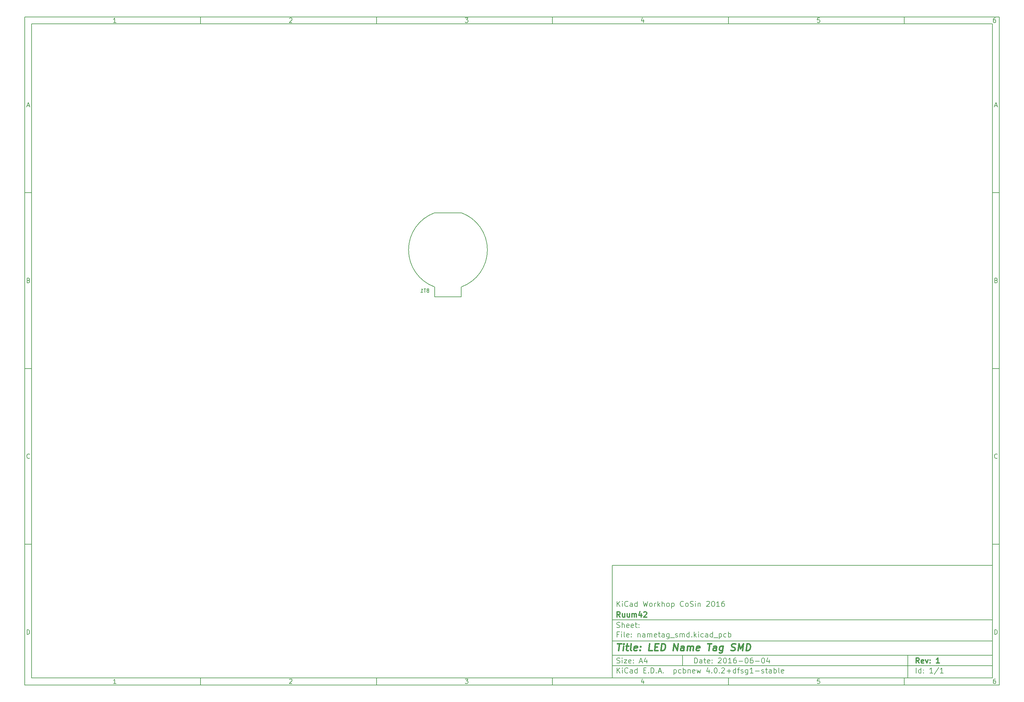
<source format=gbr>
G04 #@! TF.FileFunction,Legend,Bot*
%FSLAX46Y46*%
G04 Gerber Fmt 4.6, Leading zero omitted, Abs format (unit mm)*
G04 Created by KiCad (PCBNEW 4.0.2+dfsg1-stable) date Wed 08 Jun 2016 02:12:19 CEST*
%MOMM*%
G01*
G04 APERTURE LIST*
%ADD10C,0.100000*%
%ADD11C,0.150000*%
%ADD12C,0.300000*%
%ADD13C,0.400000*%
%ADD14R,1.727200X1.727200*%
%ADD15O,1.727200X1.727200*%
%ADD16C,2.000000*%
G04 APERTURE END LIST*
D10*
D11*
X177002200Y-166007200D02*
X177002200Y-198007200D01*
X285002200Y-198007200D01*
X285002200Y-166007200D01*
X177002200Y-166007200D01*
D10*
D11*
X10000000Y-10000000D02*
X10000000Y-200007200D01*
X287002200Y-200007200D01*
X287002200Y-10000000D01*
X10000000Y-10000000D01*
D10*
D11*
X12000000Y-12000000D02*
X12000000Y-198007200D01*
X285002200Y-198007200D01*
X285002200Y-12000000D01*
X12000000Y-12000000D01*
D10*
D11*
X60000000Y-12000000D02*
X60000000Y-10000000D01*
D10*
D11*
X110000000Y-12000000D02*
X110000000Y-10000000D01*
D10*
D11*
X160000000Y-12000000D02*
X160000000Y-10000000D01*
D10*
D11*
X210000000Y-12000000D02*
X210000000Y-10000000D01*
D10*
D11*
X260000000Y-12000000D02*
X260000000Y-10000000D01*
D10*
D11*
X35990476Y-11588095D02*
X35247619Y-11588095D01*
X35619048Y-11588095D02*
X35619048Y-10288095D01*
X35495238Y-10473810D01*
X35371429Y-10597619D01*
X35247619Y-10659524D01*
D10*
D11*
X85247619Y-10411905D02*
X85309524Y-10350000D01*
X85433333Y-10288095D01*
X85742857Y-10288095D01*
X85866667Y-10350000D01*
X85928571Y-10411905D01*
X85990476Y-10535714D01*
X85990476Y-10659524D01*
X85928571Y-10845238D01*
X85185714Y-11588095D01*
X85990476Y-11588095D01*
D10*
D11*
X135185714Y-10288095D02*
X135990476Y-10288095D01*
X135557143Y-10783333D01*
X135742857Y-10783333D01*
X135866667Y-10845238D01*
X135928571Y-10907143D01*
X135990476Y-11030952D01*
X135990476Y-11340476D01*
X135928571Y-11464286D01*
X135866667Y-11526190D01*
X135742857Y-11588095D01*
X135371429Y-11588095D01*
X135247619Y-11526190D01*
X135185714Y-11464286D01*
D10*
D11*
X185866667Y-10721429D02*
X185866667Y-11588095D01*
X185557143Y-10226190D02*
X185247619Y-11154762D01*
X186052381Y-11154762D01*
D10*
D11*
X235928571Y-10288095D02*
X235309524Y-10288095D01*
X235247619Y-10907143D01*
X235309524Y-10845238D01*
X235433333Y-10783333D01*
X235742857Y-10783333D01*
X235866667Y-10845238D01*
X235928571Y-10907143D01*
X235990476Y-11030952D01*
X235990476Y-11340476D01*
X235928571Y-11464286D01*
X235866667Y-11526190D01*
X235742857Y-11588095D01*
X235433333Y-11588095D01*
X235309524Y-11526190D01*
X235247619Y-11464286D01*
D10*
D11*
X285866667Y-10288095D02*
X285619048Y-10288095D01*
X285495238Y-10350000D01*
X285433333Y-10411905D01*
X285309524Y-10597619D01*
X285247619Y-10845238D01*
X285247619Y-11340476D01*
X285309524Y-11464286D01*
X285371429Y-11526190D01*
X285495238Y-11588095D01*
X285742857Y-11588095D01*
X285866667Y-11526190D01*
X285928571Y-11464286D01*
X285990476Y-11340476D01*
X285990476Y-11030952D01*
X285928571Y-10907143D01*
X285866667Y-10845238D01*
X285742857Y-10783333D01*
X285495238Y-10783333D01*
X285371429Y-10845238D01*
X285309524Y-10907143D01*
X285247619Y-11030952D01*
D10*
D11*
X60000000Y-198007200D02*
X60000000Y-200007200D01*
D10*
D11*
X110000000Y-198007200D02*
X110000000Y-200007200D01*
D10*
D11*
X160000000Y-198007200D02*
X160000000Y-200007200D01*
D10*
D11*
X210000000Y-198007200D02*
X210000000Y-200007200D01*
D10*
D11*
X260000000Y-198007200D02*
X260000000Y-200007200D01*
D10*
D11*
X35990476Y-199595295D02*
X35247619Y-199595295D01*
X35619048Y-199595295D02*
X35619048Y-198295295D01*
X35495238Y-198481010D01*
X35371429Y-198604819D01*
X35247619Y-198666724D01*
D10*
D11*
X85247619Y-198419105D02*
X85309524Y-198357200D01*
X85433333Y-198295295D01*
X85742857Y-198295295D01*
X85866667Y-198357200D01*
X85928571Y-198419105D01*
X85990476Y-198542914D01*
X85990476Y-198666724D01*
X85928571Y-198852438D01*
X85185714Y-199595295D01*
X85990476Y-199595295D01*
D10*
D11*
X135185714Y-198295295D02*
X135990476Y-198295295D01*
X135557143Y-198790533D01*
X135742857Y-198790533D01*
X135866667Y-198852438D01*
X135928571Y-198914343D01*
X135990476Y-199038152D01*
X135990476Y-199347676D01*
X135928571Y-199471486D01*
X135866667Y-199533390D01*
X135742857Y-199595295D01*
X135371429Y-199595295D01*
X135247619Y-199533390D01*
X135185714Y-199471486D01*
D10*
D11*
X185866667Y-198728629D02*
X185866667Y-199595295D01*
X185557143Y-198233390D02*
X185247619Y-199161962D01*
X186052381Y-199161962D01*
D10*
D11*
X235928571Y-198295295D02*
X235309524Y-198295295D01*
X235247619Y-198914343D01*
X235309524Y-198852438D01*
X235433333Y-198790533D01*
X235742857Y-198790533D01*
X235866667Y-198852438D01*
X235928571Y-198914343D01*
X235990476Y-199038152D01*
X235990476Y-199347676D01*
X235928571Y-199471486D01*
X235866667Y-199533390D01*
X235742857Y-199595295D01*
X235433333Y-199595295D01*
X235309524Y-199533390D01*
X235247619Y-199471486D01*
D10*
D11*
X285866667Y-198295295D02*
X285619048Y-198295295D01*
X285495238Y-198357200D01*
X285433333Y-198419105D01*
X285309524Y-198604819D01*
X285247619Y-198852438D01*
X285247619Y-199347676D01*
X285309524Y-199471486D01*
X285371429Y-199533390D01*
X285495238Y-199595295D01*
X285742857Y-199595295D01*
X285866667Y-199533390D01*
X285928571Y-199471486D01*
X285990476Y-199347676D01*
X285990476Y-199038152D01*
X285928571Y-198914343D01*
X285866667Y-198852438D01*
X285742857Y-198790533D01*
X285495238Y-198790533D01*
X285371429Y-198852438D01*
X285309524Y-198914343D01*
X285247619Y-199038152D01*
D10*
D11*
X10000000Y-60000000D02*
X12000000Y-60000000D01*
D10*
D11*
X10000000Y-110000000D02*
X12000000Y-110000000D01*
D10*
D11*
X10000000Y-160000000D02*
X12000000Y-160000000D01*
D10*
D11*
X10690476Y-35216667D02*
X11309524Y-35216667D01*
X10566667Y-35588095D02*
X11000000Y-34288095D01*
X11433333Y-35588095D01*
D10*
D11*
X11092857Y-84907143D02*
X11278571Y-84969048D01*
X11340476Y-85030952D01*
X11402381Y-85154762D01*
X11402381Y-85340476D01*
X11340476Y-85464286D01*
X11278571Y-85526190D01*
X11154762Y-85588095D01*
X10659524Y-85588095D01*
X10659524Y-84288095D01*
X11092857Y-84288095D01*
X11216667Y-84350000D01*
X11278571Y-84411905D01*
X11340476Y-84535714D01*
X11340476Y-84659524D01*
X11278571Y-84783333D01*
X11216667Y-84845238D01*
X11092857Y-84907143D01*
X10659524Y-84907143D01*
D10*
D11*
X11402381Y-135464286D02*
X11340476Y-135526190D01*
X11154762Y-135588095D01*
X11030952Y-135588095D01*
X10845238Y-135526190D01*
X10721429Y-135402381D01*
X10659524Y-135278571D01*
X10597619Y-135030952D01*
X10597619Y-134845238D01*
X10659524Y-134597619D01*
X10721429Y-134473810D01*
X10845238Y-134350000D01*
X11030952Y-134288095D01*
X11154762Y-134288095D01*
X11340476Y-134350000D01*
X11402381Y-134411905D01*
D10*
D11*
X10659524Y-185588095D02*
X10659524Y-184288095D01*
X10969048Y-184288095D01*
X11154762Y-184350000D01*
X11278571Y-184473810D01*
X11340476Y-184597619D01*
X11402381Y-184845238D01*
X11402381Y-185030952D01*
X11340476Y-185278571D01*
X11278571Y-185402381D01*
X11154762Y-185526190D01*
X10969048Y-185588095D01*
X10659524Y-185588095D01*
D10*
D11*
X287002200Y-60000000D02*
X285002200Y-60000000D01*
D10*
D11*
X287002200Y-110000000D02*
X285002200Y-110000000D01*
D10*
D11*
X287002200Y-160000000D02*
X285002200Y-160000000D01*
D10*
D11*
X285692676Y-35216667D02*
X286311724Y-35216667D01*
X285568867Y-35588095D02*
X286002200Y-34288095D01*
X286435533Y-35588095D01*
D10*
D11*
X286095057Y-84907143D02*
X286280771Y-84969048D01*
X286342676Y-85030952D01*
X286404581Y-85154762D01*
X286404581Y-85340476D01*
X286342676Y-85464286D01*
X286280771Y-85526190D01*
X286156962Y-85588095D01*
X285661724Y-85588095D01*
X285661724Y-84288095D01*
X286095057Y-84288095D01*
X286218867Y-84350000D01*
X286280771Y-84411905D01*
X286342676Y-84535714D01*
X286342676Y-84659524D01*
X286280771Y-84783333D01*
X286218867Y-84845238D01*
X286095057Y-84907143D01*
X285661724Y-84907143D01*
D10*
D11*
X286404581Y-135464286D02*
X286342676Y-135526190D01*
X286156962Y-135588095D01*
X286033152Y-135588095D01*
X285847438Y-135526190D01*
X285723629Y-135402381D01*
X285661724Y-135278571D01*
X285599819Y-135030952D01*
X285599819Y-134845238D01*
X285661724Y-134597619D01*
X285723629Y-134473810D01*
X285847438Y-134350000D01*
X286033152Y-134288095D01*
X286156962Y-134288095D01*
X286342676Y-134350000D01*
X286404581Y-134411905D01*
D10*
D11*
X285661724Y-185588095D02*
X285661724Y-184288095D01*
X285971248Y-184288095D01*
X286156962Y-184350000D01*
X286280771Y-184473810D01*
X286342676Y-184597619D01*
X286404581Y-184845238D01*
X286404581Y-185030952D01*
X286342676Y-185278571D01*
X286280771Y-185402381D01*
X286156962Y-185526190D01*
X285971248Y-185588095D01*
X285661724Y-185588095D01*
D10*
D11*
X200359343Y-193785771D02*
X200359343Y-192285771D01*
X200716486Y-192285771D01*
X200930771Y-192357200D01*
X201073629Y-192500057D01*
X201145057Y-192642914D01*
X201216486Y-192928629D01*
X201216486Y-193142914D01*
X201145057Y-193428629D01*
X201073629Y-193571486D01*
X200930771Y-193714343D01*
X200716486Y-193785771D01*
X200359343Y-193785771D01*
X202502200Y-193785771D02*
X202502200Y-193000057D01*
X202430771Y-192857200D01*
X202287914Y-192785771D01*
X202002200Y-192785771D01*
X201859343Y-192857200D01*
X202502200Y-193714343D02*
X202359343Y-193785771D01*
X202002200Y-193785771D01*
X201859343Y-193714343D01*
X201787914Y-193571486D01*
X201787914Y-193428629D01*
X201859343Y-193285771D01*
X202002200Y-193214343D01*
X202359343Y-193214343D01*
X202502200Y-193142914D01*
X203002200Y-192785771D02*
X203573629Y-192785771D01*
X203216486Y-192285771D02*
X203216486Y-193571486D01*
X203287914Y-193714343D01*
X203430772Y-193785771D01*
X203573629Y-193785771D01*
X204645057Y-193714343D02*
X204502200Y-193785771D01*
X204216486Y-193785771D01*
X204073629Y-193714343D01*
X204002200Y-193571486D01*
X204002200Y-193000057D01*
X204073629Y-192857200D01*
X204216486Y-192785771D01*
X204502200Y-192785771D01*
X204645057Y-192857200D01*
X204716486Y-193000057D01*
X204716486Y-193142914D01*
X204002200Y-193285771D01*
X205359343Y-193642914D02*
X205430771Y-193714343D01*
X205359343Y-193785771D01*
X205287914Y-193714343D01*
X205359343Y-193642914D01*
X205359343Y-193785771D01*
X205359343Y-192857200D02*
X205430771Y-192928629D01*
X205359343Y-193000057D01*
X205287914Y-192928629D01*
X205359343Y-192857200D01*
X205359343Y-193000057D01*
X207145057Y-192428629D02*
X207216486Y-192357200D01*
X207359343Y-192285771D01*
X207716486Y-192285771D01*
X207859343Y-192357200D01*
X207930772Y-192428629D01*
X208002200Y-192571486D01*
X208002200Y-192714343D01*
X207930772Y-192928629D01*
X207073629Y-193785771D01*
X208002200Y-193785771D01*
X208930771Y-192285771D02*
X209073628Y-192285771D01*
X209216485Y-192357200D01*
X209287914Y-192428629D01*
X209359343Y-192571486D01*
X209430771Y-192857200D01*
X209430771Y-193214343D01*
X209359343Y-193500057D01*
X209287914Y-193642914D01*
X209216485Y-193714343D01*
X209073628Y-193785771D01*
X208930771Y-193785771D01*
X208787914Y-193714343D01*
X208716485Y-193642914D01*
X208645057Y-193500057D01*
X208573628Y-193214343D01*
X208573628Y-192857200D01*
X208645057Y-192571486D01*
X208716485Y-192428629D01*
X208787914Y-192357200D01*
X208930771Y-192285771D01*
X210859342Y-193785771D02*
X210002199Y-193785771D01*
X210430771Y-193785771D02*
X210430771Y-192285771D01*
X210287914Y-192500057D01*
X210145056Y-192642914D01*
X210002199Y-192714343D01*
X212145056Y-192285771D02*
X211859342Y-192285771D01*
X211716485Y-192357200D01*
X211645056Y-192428629D01*
X211502199Y-192642914D01*
X211430770Y-192928629D01*
X211430770Y-193500057D01*
X211502199Y-193642914D01*
X211573627Y-193714343D01*
X211716485Y-193785771D01*
X212002199Y-193785771D01*
X212145056Y-193714343D01*
X212216485Y-193642914D01*
X212287913Y-193500057D01*
X212287913Y-193142914D01*
X212216485Y-193000057D01*
X212145056Y-192928629D01*
X212002199Y-192857200D01*
X211716485Y-192857200D01*
X211573627Y-192928629D01*
X211502199Y-193000057D01*
X211430770Y-193142914D01*
X212930770Y-193214343D02*
X214073627Y-193214343D01*
X215073627Y-192285771D02*
X215216484Y-192285771D01*
X215359341Y-192357200D01*
X215430770Y-192428629D01*
X215502199Y-192571486D01*
X215573627Y-192857200D01*
X215573627Y-193214343D01*
X215502199Y-193500057D01*
X215430770Y-193642914D01*
X215359341Y-193714343D01*
X215216484Y-193785771D01*
X215073627Y-193785771D01*
X214930770Y-193714343D01*
X214859341Y-193642914D01*
X214787913Y-193500057D01*
X214716484Y-193214343D01*
X214716484Y-192857200D01*
X214787913Y-192571486D01*
X214859341Y-192428629D01*
X214930770Y-192357200D01*
X215073627Y-192285771D01*
X216859341Y-192285771D02*
X216573627Y-192285771D01*
X216430770Y-192357200D01*
X216359341Y-192428629D01*
X216216484Y-192642914D01*
X216145055Y-192928629D01*
X216145055Y-193500057D01*
X216216484Y-193642914D01*
X216287912Y-193714343D01*
X216430770Y-193785771D01*
X216716484Y-193785771D01*
X216859341Y-193714343D01*
X216930770Y-193642914D01*
X217002198Y-193500057D01*
X217002198Y-193142914D01*
X216930770Y-193000057D01*
X216859341Y-192928629D01*
X216716484Y-192857200D01*
X216430770Y-192857200D01*
X216287912Y-192928629D01*
X216216484Y-193000057D01*
X216145055Y-193142914D01*
X217645055Y-193214343D02*
X218787912Y-193214343D01*
X219787912Y-192285771D02*
X219930769Y-192285771D01*
X220073626Y-192357200D01*
X220145055Y-192428629D01*
X220216484Y-192571486D01*
X220287912Y-192857200D01*
X220287912Y-193214343D01*
X220216484Y-193500057D01*
X220145055Y-193642914D01*
X220073626Y-193714343D01*
X219930769Y-193785771D01*
X219787912Y-193785771D01*
X219645055Y-193714343D01*
X219573626Y-193642914D01*
X219502198Y-193500057D01*
X219430769Y-193214343D01*
X219430769Y-192857200D01*
X219502198Y-192571486D01*
X219573626Y-192428629D01*
X219645055Y-192357200D01*
X219787912Y-192285771D01*
X221573626Y-192785771D02*
X221573626Y-193785771D01*
X221216483Y-192214343D02*
X220859340Y-193285771D01*
X221787912Y-193285771D01*
D10*
D11*
X177002200Y-194507200D02*
X285002200Y-194507200D01*
D10*
D11*
X178359343Y-196585771D02*
X178359343Y-195085771D01*
X179216486Y-196585771D02*
X178573629Y-195728629D01*
X179216486Y-195085771D02*
X178359343Y-195942914D01*
X179859343Y-196585771D02*
X179859343Y-195585771D01*
X179859343Y-195085771D02*
X179787914Y-195157200D01*
X179859343Y-195228629D01*
X179930771Y-195157200D01*
X179859343Y-195085771D01*
X179859343Y-195228629D01*
X181430772Y-196442914D02*
X181359343Y-196514343D01*
X181145057Y-196585771D01*
X181002200Y-196585771D01*
X180787915Y-196514343D01*
X180645057Y-196371486D01*
X180573629Y-196228629D01*
X180502200Y-195942914D01*
X180502200Y-195728629D01*
X180573629Y-195442914D01*
X180645057Y-195300057D01*
X180787915Y-195157200D01*
X181002200Y-195085771D01*
X181145057Y-195085771D01*
X181359343Y-195157200D01*
X181430772Y-195228629D01*
X182716486Y-196585771D02*
X182716486Y-195800057D01*
X182645057Y-195657200D01*
X182502200Y-195585771D01*
X182216486Y-195585771D01*
X182073629Y-195657200D01*
X182716486Y-196514343D02*
X182573629Y-196585771D01*
X182216486Y-196585771D01*
X182073629Y-196514343D01*
X182002200Y-196371486D01*
X182002200Y-196228629D01*
X182073629Y-196085771D01*
X182216486Y-196014343D01*
X182573629Y-196014343D01*
X182716486Y-195942914D01*
X184073629Y-196585771D02*
X184073629Y-195085771D01*
X184073629Y-196514343D02*
X183930772Y-196585771D01*
X183645058Y-196585771D01*
X183502200Y-196514343D01*
X183430772Y-196442914D01*
X183359343Y-196300057D01*
X183359343Y-195871486D01*
X183430772Y-195728629D01*
X183502200Y-195657200D01*
X183645058Y-195585771D01*
X183930772Y-195585771D01*
X184073629Y-195657200D01*
X185930772Y-195800057D02*
X186430772Y-195800057D01*
X186645058Y-196585771D02*
X185930772Y-196585771D01*
X185930772Y-195085771D01*
X186645058Y-195085771D01*
X187287915Y-196442914D02*
X187359343Y-196514343D01*
X187287915Y-196585771D01*
X187216486Y-196514343D01*
X187287915Y-196442914D01*
X187287915Y-196585771D01*
X188002201Y-196585771D02*
X188002201Y-195085771D01*
X188359344Y-195085771D01*
X188573629Y-195157200D01*
X188716487Y-195300057D01*
X188787915Y-195442914D01*
X188859344Y-195728629D01*
X188859344Y-195942914D01*
X188787915Y-196228629D01*
X188716487Y-196371486D01*
X188573629Y-196514343D01*
X188359344Y-196585771D01*
X188002201Y-196585771D01*
X189502201Y-196442914D02*
X189573629Y-196514343D01*
X189502201Y-196585771D01*
X189430772Y-196514343D01*
X189502201Y-196442914D01*
X189502201Y-196585771D01*
X190145058Y-196157200D02*
X190859344Y-196157200D01*
X190002201Y-196585771D02*
X190502201Y-195085771D01*
X191002201Y-196585771D01*
X191502201Y-196442914D02*
X191573629Y-196514343D01*
X191502201Y-196585771D01*
X191430772Y-196514343D01*
X191502201Y-196442914D01*
X191502201Y-196585771D01*
X194502201Y-195585771D02*
X194502201Y-197085771D01*
X194502201Y-195657200D02*
X194645058Y-195585771D01*
X194930772Y-195585771D01*
X195073629Y-195657200D01*
X195145058Y-195728629D01*
X195216487Y-195871486D01*
X195216487Y-196300057D01*
X195145058Y-196442914D01*
X195073629Y-196514343D01*
X194930772Y-196585771D01*
X194645058Y-196585771D01*
X194502201Y-196514343D01*
X196502201Y-196514343D02*
X196359344Y-196585771D01*
X196073630Y-196585771D01*
X195930772Y-196514343D01*
X195859344Y-196442914D01*
X195787915Y-196300057D01*
X195787915Y-195871486D01*
X195859344Y-195728629D01*
X195930772Y-195657200D01*
X196073630Y-195585771D01*
X196359344Y-195585771D01*
X196502201Y-195657200D01*
X197145058Y-196585771D02*
X197145058Y-195085771D01*
X197145058Y-195657200D02*
X197287915Y-195585771D01*
X197573629Y-195585771D01*
X197716486Y-195657200D01*
X197787915Y-195728629D01*
X197859344Y-195871486D01*
X197859344Y-196300057D01*
X197787915Y-196442914D01*
X197716486Y-196514343D01*
X197573629Y-196585771D01*
X197287915Y-196585771D01*
X197145058Y-196514343D01*
X198502201Y-195585771D02*
X198502201Y-196585771D01*
X198502201Y-195728629D02*
X198573629Y-195657200D01*
X198716487Y-195585771D01*
X198930772Y-195585771D01*
X199073629Y-195657200D01*
X199145058Y-195800057D01*
X199145058Y-196585771D01*
X200430772Y-196514343D02*
X200287915Y-196585771D01*
X200002201Y-196585771D01*
X199859344Y-196514343D01*
X199787915Y-196371486D01*
X199787915Y-195800057D01*
X199859344Y-195657200D01*
X200002201Y-195585771D01*
X200287915Y-195585771D01*
X200430772Y-195657200D01*
X200502201Y-195800057D01*
X200502201Y-195942914D01*
X199787915Y-196085771D01*
X201002201Y-195585771D02*
X201287915Y-196585771D01*
X201573629Y-195871486D01*
X201859344Y-196585771D01*
X202145058Y-195585771D01*
X204502201Y-195585771D02*
X204502201Y-196585771D01*
X204145058Y-195014343D02*
X203787915Y-196085771D01*
X204716487Y-196085771D01*
X205287915Y-196442914D02*
X205359343Y-196514343D01*
X205287915Y-196585771D01*
X205216486Y-196514343D01*
X205287915Y-196442914D01*
X205287915Y-196585771D01*
X206287915Y-195085771D02*
X206430772Y-195085771D01*
X206573629Y-195157200D01*
X206645058Y-195228629D01*
X206716487Y-195371486D01*
X206787915Y-195657200D01*
X206787915Y-196014343D01*
X206716487Y-196300057D01*
X206645058Y-196442914D01*
X206573629Y-196514343D01*
X206430772Y-196585771D01*
X206287915Y-196585771D01*
X206145058Y-196514343D01*
X206073629Y-196442914D01*
X206002201Y-196300057D01*
X205930772Y-196014343D01*
X205930772Y-195657200D01*
X206002201Y-195371486D01*
X206073629Y-195228629D01*
X206145058Y-195157200D01*
X206287915Y-195085771D01*
X207430772Y-196442914D02*
X207502200Y-196514343D01*
X207430772Y-196585771D01*
X207359343Y-196514343D01*
X207430772Y-196442914D01*
X207430772Y-196585771D01*
X208073629Y-195228629D02*
X208145058Y-195157200D01*
X208287915Y-195085771D01*
X208645058Y-195085771D01*
X208787915Y-195157200D01*
X208859344Y-195228629D01*
X208930772Y-195371486D01*
X208930772Y-195514343D01*
X208859344Y-195728629D01*
X208002201Y-196585771D01*
X208930772Y-196585771D01*
X209573629Y-196014343D02*
X210716486Y-196014343D01*
X210145057Y-196585771D02*
X210145057Y-195442914D01*
X212073629Y-196585771D02*
X212073629Y-195085771D01*
X212073629Y-196514343D02*
X211930772Y-196585771D01*
X211645058Y-196585771D01*
X211502200Y-196514343D01*
X211430772Y-196442914D01*
X211359343Y-196300057D01*
X211359343Y-195871486D01*
X211430772Y-195728629D01*
X211502200Y-195657200D01*
X211645058Y-195585771D01*
X211930772Y-195585771D01*
X212073629Y-195657200D01*
X212573629Y-195585771D02*
X213145058Y-195585771D01*
X212787915Y-196585771D02*
X212787915Y-195300057D01*
X212859343Y-195157200D01*
X213002201Y-195085771D01*
X213145058Y-195085771D01*
X213573629Y-196514343D02*
X213716486Y-196585771D01*
X214002201Y-196585771D01*
X214145058Y-196514343D01*
X214216486Y-196371486D01*
X214216486Y-196300057D01*
X214145058Y-196157200D01*
X214002201Y-196085771D01*
X213787915Y-196085771D01*
X213645058Y-196014343D01*
X213573629Y-195871486D01*
X213573629Y-195800057D01*
X213645058Y-195657200D01*
X213787915Y-195585771D01*
X214002201Y-195585771D01*
X214145058Y-195657200D01*
X215502201Y-195585771D02*
X215502201Y-196800057D01*
X215430772Y-196942914D01*
X215359344Y-197014343D01*
X215216487Y-197085771D01*
X215002201Y-197085771D01*
X214859344Y-197014343D01*
X215502201Y-196514343D02*
X215359344Y-196585771D01*
X215073630Y-196585771D01*
X214930772Y-196514343D01*
X214859344Y-196442914D01*
X214787915Y-196300057D01*
X214787915Y-195871486D01*
X214859344Y-195728629D01*
X214930772Y-195657200D01*
X215073630Y-195585771D01*
X215359344Y-195585771D01*
X215502201Y-195657200D01*
X217002201Y-196585771D02*
X216145058Y-196585771D01*
X216573630Y-196585771D02*
X216573630Y-195085771D01*
X216430773Y-195300057D01*
X216287915Y-195442914D01*
X216145058Y-195514343D01*
X217645058Y-196014343D02*
X218787915Y-196014343D01*
X219430772Y-196514343D02*
X219573629Y-196585771D01*
X219859344Y-196585771D01*
X220002201Y-196514343D01*
X220073629Y-196371486D01*
X220073629Y-196300057D01*
X220002201Y-196157200D01*
X219859344Y-196085771D01*
X219645058Y-196085771D01*
X219502201Y-196014343D01*
X219430772Y-195871486D01*
X219430772Y-195800057D01*
X219502201Y-195657200D01*
X219645058Y-195585771D01*
X219859344Y-195585771D01*
X220002201Y-195657200D01*
X220502201Y-195585771D02*
X221073630Y-195585771D01*
X220716487Y-195085771D02*
X220716487Y-196371486D01*
X220787915Y-196514343D01*
X220930773Y-196585771D01*
X221073630Y-196585771D01*
X222216487Y-196585771D02*
X222216487Y-195800057D01*
X222145058Y-195657200D01*
X222002201Y-195585771D01*
X221716487Y-195585771D01*
X221573630Y-195657200D01*
X222216487Y-196514343D02*
X222073630Y-196585771D01*
X221716487Y-196585771D01*
X221573630Y-196514343D01*
X221502201Y-196371486D01*
X221502201Y-196228629D01*
X221573630Y-196085771D01*
X221716487Y-196014343D01*
X222073630Y-196014343D01*
X222216487Y-195942914D01*
X222930773Y-196585771D02*
X222930773Y-195085771D01*
X222930773Y-195657200D02*
X223073630Y-195585771D01*
X223359344Y-195585771D01*
X223502201Y-195657200D01*
X223573630Y-195728629D01*
X223645059Y-195871486D01*
X223645059Y-196300057D01*
X223573630Y-196442914D01*
X223502201Y-196514343D01*
X223359344Y-196585771D01*
X223073630Y-196585771D01*
X222930773Y-196514343D01*
X224502202Y-196585771D02*
X224359344Y-196514343D01*
X224287916Y-196371486D01*
X224287916Y-195085771D01*
X225645058Y-196514343D02*
X225502201Y-196585771D01*
X225216487Y-196585771D01*
X225073630Y-196514343D01*
X225002201Y-196371486D01*
X225002201Y-195800057D01*
X225073630Y-195657200D01*
X225216487Y-195585771D01*
X225502201Y-195585771D01*
X225645058Y-195657200D01*
X225716487Y-195800057D01*
X225716487Y-195942914D01*
X225002201Y-196085771D01*
D10*
D11*
X177002200Y-191507200D02*
X285002200Y-191507200D01*
D10*
D12*
X264216486Y-193785771D02*
X263716486Y-193071486D01*
X263359343Y-193785771D02*
X263359343Y-192285771D01*
X263930771Y-192285771D01*
X264073629Y-192357200D01*
X264145057Y-192428629D01*
X264216486Y-192571486D01*
X264216486Y-192785771D01*
X264145057Y-192928629D01*
X264073629Y-193000057D01*
X263930771Y-193071486D01*
X263359343Y-193071486D01*
X265430771Y-193714343D02*
X265287914Y-193785771D01*
X265002200Y-193785771D01*
X264859343Y-193714343D01*
X264787914Y-193571486D01*
X264787914Y-193000057D01*
X264859343Y-192857200D01*
X265002200Y-192785771D01*
X265287914Y-192785771D01*
X265430771Y-192857200D01*
X265502200Y-193000057D01*
X265502200Y-193142914D01*
X264787914Y-193285771D01*
X266002200Y-192785771D02*
X266359343Y-193785771D01*
X266716485Y-192785771D01*
X267287914Y-193642914D02*
X267359342Y-193714343D01*
X267287914Y-193785771D01*
X267216485Y-193714343D01*
X267287914Y-193642914D01*
X267287914Y-193785771D01*
X267287914Y-192857200D02*
X267359342Y-192928629D01*
X267287914Y-193000057D01*
X267216485Y-192928629D01*
X267287914Y-192857200D01*
X267287914Y-193000057D01*
X269930771Y-193785771D02*
X269073628Y-193785771D01*
X269502200Y-193785771D02*
X269502200Y-192285771D01*
X269359343Y-192500057D01*
X269216485Y-192642914D01*
X269073628Y-192714343D01*
D10*
D11*
X178287914Y-193714343D02*
X178502200Y-193785771D01*
X178859343Y-193785771D01*
X179002200Y-193714343D01*
X179073629Y-193642914D01*
X179145057Y-193500057D01*
X179145057Y-193357200D01*
X179073629Y-193214343D01*
X179002200Y-193142914D01*
X178859343Y-193071486D01*
X178573629Y-193000057D01*
X178430771Y-192928629D01*
X178359343Y-192857200D01*
X178287914Y-192714343D01*
X178287914Y-192571486D01*
X178359343Y-192428629D01*
X178430771Y-192357200D01*
X178573629Y-192285771D01*
X178930771Y-192285771D01*
X179145057Y-192357200D01*
X179787914Y-193785771D02*
X179787914Y-192785771D01*
X179787914Y-192285771D02*
X179716485Y-192357200D01*
X179787914Y-192428629D01*
X179859342Y-192357200D01*
X179787914Y-192285771D01*
X179787914Y-192428629D01*
X180359343Y-192785771D02*
X181145057Y-192785771D01*
X180359343Y-193785771D01*
X181145057Y-193785771D01*
X182287914Y-193714343D02*
X182145057Y-193785771D01*
X181859343Y-193785771D01*
X181716486Y-193714343D01*
X181645057Y-193571486D01*
X181645057Y-193000057D01*
X181716486Y-192857200D01*
X181859343Y-192785771D01*
X182145057Y-192785771D01*
X182287914Y-192857200D01*
X182359343Y-193000057D01*
X182359343Y-193142914D01*
X181645057Y-193285771D01*
X183002200Y-193642914D02*
X183073628Y-193714343D01*
X183002200Y-193785771D01*
X182930771Y-193714343D01*
X183002200Y-193642914D01*
X183002200Y-193785771D01*
X183002200Y-192857200D02*
X183073628Y-192928629D01*
X183002200Y-193000057D01*
X182930771Y-192928629D01*
X183002200Y-192857200D01*
X183002200Y-193000057D01*
X184787914Y-193357200D02*
X185502200Y-193357200D01*
X184645057Y-193785771D02*
X185145057Y-192285771D01*
X185645057Y-193785771D01*
X186787914Y-192785771D02*
X186787914Y-193785771D01*
X186430771Y-192214343D02*
X186073628Y-193285771D01*
X187002200Y-193285771D01*
D10*
D11*
X263359343Y-196585771D02*
X263359343Y-195085771D01*
X264716486Y-196585771D02*
X264716486Y-195085771D01*
X264716486Y-196514343D02*
X264573629Y-196585771D01*
X264287915Y-196585771D01*
X264145057Y-196514343D01*
X264073629Y-196442914D01*
X264002200Y-196300057D01*
X264002200Y-195871486D01*
X264073629Y-195728629D01*
X264145057Y-195657200D01*
X264287915Y-195585771D01*
X264573629Y-195585771D01*
X264716486Y-195657200D01*
X265430772Y-196442914D02*
X265502200Y-196514343D01*
X265430772Y-196585771D01*
X265359343Y-196514343D01*
X265430772Y-196442914D01*
X265430772Y-196585771D01*
X265430772Y-195657200D02*
X265502200Y-195728629D01*
X265430772Y-195800057D01*
X265359343Y-195728629D01*
X265430772Y-195657200D01*
X265430772Y-195800057D01*
X268073629Y-196585771D02*
X267216486Y-196585771D01*
X267645058Y-196585771D02*
X267645058Y-195085771D01*
X267502201Y-195300057D01*
X267359343Y-195442914D01*
X267216486Y-195514343D01*
X269787914Y-195014343D02*
X268502200Y-196942914D01*
X271073629Y-196585771D02*
X270216486Y-196585771D01*
X270645058Y-196585771D02*
X270645058Y-195085771D01*
X270502201Y-195300057D01*
X270359343Y-195442914D01*
X270216486Y-195514343D01*
D10*
D11*
X177002200Y-187507200D02*
X285002200Y-187507200D01*
D10*
D13*
X178454581Y-188211962D02*
X179597438Y-188211962D01*
X178776010Y-190211962D02*
X179026010Y-188211962D01*
X180014105Y-190211962D02*
X180180771Y-188878629D01*
X180264105Y-188211962D02*
X180156962Y-188307200D01*
X180240295Y-188402438D01*
X180347439Y-188307200D01*
X180264105Y-188211962D01*
X180240295Y-188402438D01*
X180847438Y-188878629D02*
X181609343Y-188878629D01*
X181216486Y-188211962D02*
X181002200Y-189926248D01*
X181073630Y-190116724D01*
X181252201Y-190211962D01*
X181442677Y-190211962D01*
X182395058Y-190211962D02*
X182216487Y-190116724D01*
X182145057Y-189926248D01*
X182359343Y-188211962D01*
X183930772Y-190116724D02*
X183728391Y-190211962D01*
X183347439Y-190211962D01*
X183168867Y-190116724D01*
X183097438Y-189926248D01*
X183192676Y-189164343D01*
X183311724Y-188973867D01*
X183514105Y-188878629D01*
X183895057Y-188878629D01*
X184073629Y-188973867D01*
X184145057Y-189164343D01*
X184121248Y-189354819D01*
X183145057Y-189545295D01*
X184895057Y-190021486D02*
X184978392Y-190116724D01*
X184871248Y-190211962D01*
X184787915Y-190116724D01*
X184895057Y-190021486D01*
X184871248Y-190211962D01*
X185026010Y-188973867D02*
X185109344Y-189069105D01*
X185002200Y-189164343D01*
X184918867Y-189069105D01*
X185026010Y-188973867D01*
X185002200Y-189164343D01*
X188299820Y-190211962D02*
X187347439Y-190211962D01*
X187597439Y-188211962D01*
X189097439Y-189164343D02*
X189764106Y-189164343D01*
X189918868Y-190211962D02*
X188966487Y-190211962D01*
X189216487Y-188211962D01*
X190168868Y-188211962D01*
X190776011Y-190211962D02*
X191026011Y-188211962D01*
X191502202Y-188211962D01*
X191776011Y-188307200D01*
X191942678Y-188497676D01*
X192014107Y-188688152D01*
X192061726Y-189069105D01*
X192026012Y-189354819D01*
X191883155Y-189735771D01*
X191764106Y-189926248D01*
X191549821Y-190116724D01*
X191252202Y-190211962D01*
X190776011Y-190211962D01*
X194299821Y-190211962D02*
X194549821Y-188211962D01*
X195442679Y-190211962D01*
X195692679Y-188211962D01*
X197252202Y-190211962D02*
X197383154Y-189164343D01*
X197311726Y-188973867D01*
X197133154Y-188878629D01*
X196752202Y-188878629D01*
X196549821Y-188973867D01*
X197264107Y-190116724D02*
X197061726Y-190211962D01*
X196585536Y-190211962D01*
X196406964Y-190116724D01*
X196335535Y-189926248D01*
X196359345Y-189735771D01*
X196478392Y-189545295D01*
X196680774Y-189450057D01*
X197156964Y-189450057D01*
X197359345Y-189354819D01*
X198204583Y-190211962D02*
X198371249Y-188878629D01*
X198347440Y-189069105D02*
X198454584Y-188973867D01*
X198656964Y-188878629D01*
X198942678Y-188878629D01*
X199121250Y-188973867D01*
X199192678Y-189164343D01*
X199061726Y-190211962D01*
X199192678Y-189164343D02*
X199311726Y-188973867D01*
X199514107Y-188878629D01*
X199799821Y-188878629D01*
X199978393Y-188973867D01*
X200049821Y-189164343D01*
X199918869Y-190211962D01*
X201645060Y-190116724D02*
X201442679Y-190211962D01*
X201061727Y-190211962D01*
X200883155Y-190116724D01*
X200811726Y-189926248D01*
X200906964Y-189164343D01*
X201026012Y-188973867D01*
X201228393Y-188878629D01*
X201609345Y-188878629D01*
X201787917Y-188973867D01*
X201859345Y-189164343D01*
X201835536Y-189354819D01*
X200859345Y-189545295D01*
X204073632Y-188211962D02*
X205216489Y-188211962D01*
X204395061Y-190211962D02*
X204645061Y-188211962D01*
X206490299Y-190211962D02*
X206621251Y-189164343D01*
X206549823Y-188973867D01*
X206371251Y-188878629D01*
X205990299Y-188878629D01*
X205787918Y-188973867D01*
X206502204Y-190116724D02*
X206299823Y-190211962D01*
X205823633Y-190211962D01*
X205645061Y-190116724D01*
X205573632Y-189926248D01*
X205597442Y-189735771D01*
X205716489Y-189545295D01*
X205918871Y-189450057D01*
X206395061Y-189450057D01*
X206597442Y-189354819D01*
X208466489Y-188878629D02*
X208264108Y-190497676D01*
X208145061Y-190688152D01*
X208037918Y-190783390D01*
X207835537Y-190878629D01*
X207549823Y-190878629D01*
X207371251Y-190783390D01*
X208311728Y-190116724D02*
X208109347Y-190211962D01*
X207728395Y-190211962D01*
X207549824Y-190116724D01*
X207466489Y-190021486D01*
X207395061Y-189831010D01*
X207466489Y-189259581D01*
X207585537Y-189069105D01*
X207692681Y-188973867D01*
X207895061Y-188878629D01*
X208276013Y-188878629D01*
X208454585Y-188973867D01*
X210692681Y-190116724D02*
X210966491Y-190211962D01*
X211442681Y-190211962D01*
X211645062Y-190116724D01*
X211752204Y-190021486D01*
X211871253Y-189831010D01*
X211895062Y-189640533D01*
X211823633Y-189450057D01*
X211740300Y-189354819D01*
X211561728Y-189259581D01*
X211192681Y-189164343D01*
X211014110Y-189069105D01*
X210930776Y-188973867D01*
X210859347Y-188783390D01*
X210883157Y-188592914D01*
X211002204Y-188402438D01*
X211109348Y-188307200D01*
X211311729Y-188211962D01*
X211787919Y-188211962D01*
X212061729Y-188307200D01*
X212680776Y-190211962D02*
X212930776Y-188211962D01*
X213418871Y-189640533D01*
X214264110Y-188211962D01*
X214014110Y-190211962D01*
X214966490Y-190211962D02*
X215216490Y-188211962D01*
X215692681Y-188211962D01*
X215966490Y-188307200D01*
X216133157Y-188497676D01*
X216204586Y-188688152D01*
X216252205Y-189069105D01*
X216216491Y-189354819D01*
X216073634Y-189735771D01*
X215954585Y-189926248D01*
X215740300Y-190116724D01*
X215442681Y-190211962D01*
X214966490Y-190211962D01*
D10*
D11*
X178859343Y-185600057D02*
X178359343Y-185600057D01*
X178359343Y-186385771D02*
X178359343Y-184885771D01*
X179073629Y-184885771D01*
X179645057Y-186385771D02*
X179645057Y-185385771D01*
X179645057Y-184885771D02*
X179573628Y-184957200D01*
X179645057Y-185028629D01*
X179716485Y-184957200D01*
X179645057Y-184885771D01*
X179645057Y-185028629D01*
X180573629Y-186385771D02*
X180430771Y-186314343D01*
X180359343Y-186171486D01*
X180359343Y-184885771D01*
X181716485Y-186314343D02*
X181573628Y-186385771D01*
X181287914Y-186385771D01*
X181145057Y-186314343D01*
X181073628Y-186171486D01*
X181073628Y-185600057D01*
X181145057Y-185457200D01*
X181287914Y-185385771D01*
X181573628Y-185385771D01*
X181716485Y-185457200D01*
X181787914Y-185600057D01*
X181787914Y-185742914D01*
X181073628Y-185885771D01*
X182430771Y-186242914D02*
X182502199Y-186314343D01*
X182430771Y-186385771D01*
X182359342Y-186314343D01*
X182430771Y-186242914D01*
X182430771Y-186385771D01*
X182430771Y-185457200D02*
X182502199Y-185528629D01*
X182430771Y-185600057D01*
X182359342Y-185528629D01*
X182430771Y-185457200D01*
X182430771Y-185600057D01*
X184287914Y-185385771D02*
X184287914Y-186385771D01*
X184287914Y-185528629D02*
X184359342Y-185457200D01*
X184502200Y-185385771D01*
X184716485Y-185385771D01*
X184859342Y-185457200D01*
X184930771Y-185600057D01*
X184930771Y-186385771D01*
X186287914Y-186385771D02*
X186287914Y-185600057D01*
X186216485Y-185457200D01*
X186073628Y-185385771D01*
X185787914Y-185385771D01*
X185645057Y-185457200D01*
X186287914Y-186314343D02*
X186145057Y-186385771D01*
X185787914Y-186385771D01*
X185645057Y-186314343D01*
X185573628Y-186171486D01*
X185573628Y-186028629D01*
X185645057Y-185885771D01*
X185787914Y-185814343D01*
X186145057Y-185814343D01*
X186287914Y-185742914D01*
X187002200Y-186385771D02*
X187002200Y-185385771D01*
X187002200Y-185528629D02*
X187073628Y-185457200D01*
X187216486Y-185385771D01*
X187430771Y-185385771D01*
X187573628Y-185457200D01*
X187645057Y-185600057D01*
X187645057Y-186385771D01*
X187645057Y-185600057D02*
X187716486Y-185457200D01*
X187859343Y-185385771D01*
X188073628Y-185385771D01*
X188216486Y-185457200D01*
X188287914Y-185600057D01*
X188287914Y-186385771D01*
X189573628Y-186314343D02*
X189430771Y-186385771D01*
X189145057Y-186385771D01*
X189002200Y-186314343D01*
X188930771Y-186171486D01*
X188930771Y-185600057D01*
X189002200Y-185457200D01*
X189145057Y-185385771D01*
X189430771Y-185385771D01*
X189573628Y-185457200D01*
X189645057Y-185600057D01*
X189645057Y-185742914D01*
X188930771Y-185885771D01*
X190073628Y-185385771D02*
X190645057Y-185385771D01*
X190287914Y-184885771D02*
X190287914Y-186171486D01*
X190359342Y-186314343D01*
X190502200Y-186385771D01*
X190645057Y-186385771D01*
X191787914Y-186385771D02*
X191787914Y-185600057D01*
X191716485Y-185457200D01*
X191573628Y-185385771D01*
X191287914Y-185385771D01*
X191145057Y-185457200D01*
X191787914Y-186314343D02*
X191645057Y-186385771D01*
X191287914Y-186385771D01*
X191145057Y-186314343D01*
X191073628Y-186171486D01*
X191073628Y-186028629D01*
X191145057Y-185885771D01*
X191287914Y-185814343D01*
X191645057Y-185814343D01*
X191787914Y-185742914D01*
X193145057Y-185385771D02*
X193145057Y-186600057D01*
X193073628Y-186742914D01*
X193002200Y-186814343D01*
X192859343Y-186885771D01*
X192645057Y-186885771D01*
X192502200Y-186814343D01*
X193145057Y-186314343D02*
X193002200Y-186385771D01*
X192716486Y-186385771D01*
X192573628Y-186314343D01*
X192502200Y-186242914D01*
X192430771Y-186100057D01*
X192430771Y-185671486D01*
X192502200Y-185528629D01*
X192573628Y-185457200D01*
X192716486Y-185385771D01*
X193002200Y-185385771D01*
X193145057Y-185457200D01*
X193502200Y-186528629D02*
X194645057Y-186528629D01*
X194930771Y-186314343D02*
X195073628Y-186385771D01*
X195359343Y-186385771D01*
X195502200Y-186314343D01*
X195573628Y-186171486D01*
X195573628Y-186100057D01*
X195502200Y-185957200D01*
X195359343Y-185885771D01*
X195145057Y-185885771D01*
X195002200Y-185814343D01*
X194930771Y-185671486D01*
X194930771Y-185600057D01*
X195002200Y-185457200D01*
X195145057Y-185385771D01*
X195359343Y-185385771D01*
X195502200Y-185457200D01*
X196216486Y-186385771D02*
X196216486Y-185385771D01*
X196216486Y-185528629D02*
X196287914Y-185457200D01*
X196430772Y-185385771D01*
X196645057Y-185385771D01*
X196787914Y-185457200D01*
X196859343Y-185600057D01*
X196859343Y-186385771D01*
X196859343Y-185600057D02*
X196930772Y-185457200D01*
X197073629Y-185385771D01*
X197287914Y-185385771D01*
X197430772Y-185457200D01*
X197502200Y-185600057D01*
X197502200Y-186385771D01*
X198859343Y-186385771D02*
X198859343Y-184885771D01*
X198859343Y-186314343D02*
X198716486Y-186385771D01*
X198430772Y-186385771D01*
X198287914Y-186314343D01*
X198216486Y-186242914D01*
X198145057Y-186100057D01*
X198145057Y-185671486D01*
X198216486Y-185528629D01*
X198287914Y-185457200D01*
X198430772Y-185385771D01*
X198716486Y-185385771D01*
X198859343Y-185457200D01*
X199573629Y-186242914D02*
X199645057Y-186314343D01*
X199573629Y-186385771D01*
X199502200Y-186314343D01*
X199573629Y-186242914D01*
X199573629Y-186385771D01*
X200287915Y-186385771D02*
X200287915Y-184885771D01*
X200430772Y-185814343D02*
X200859343Y-186385771D01*
X200859343Y-185385771D02*
X200287915Y-185957200D01*
X201502201Y-186385771D02*
X201502201Y-185385771D01*
X201502201Y-184885771D02*
X201430772Y-184957200D01*
X201502201Y-185028629D01*
X201573629Y-184957200D01*
X201502201Y-184885771D01*
X201502201Y-185028629D01*
X202859344Y-186314343D02*
X202716487Y-186385771D01*
X202430773Y-186385771D01*
X202287915Y-186314343D01*
X202216487Y-186242914D01*
X202145058Y-186100057D01*
X202145058Y-185671486D01*
X202216487Y-185528629D01*
X202287915Y-185457200D01*
X202430773Y-185385771D01*
X202716487Y-185385771D01*
X202859344Y-185457200D01*
X204145058Y-186385771D02*
X204145058Y-185600057D01*
X204073629Y-185457200D01*
X203930772Y-185385771D01*
X203645058Y-185385771D01*
X203502201Y-185457200D01*
X204145058Y-186314343D02*
X204002201Y-186385771D01*
X203645058Y-186385771D01*
X203502201Y-186314343D01*
X203430772Y-186171486D01*
X203430772Y-186028629D01*
X203502201Y-185885771D01*
X203645058Y-185814343D01*
X204002201Y-185814343D01*
X204145058Y-185742914D01*
X205502201Y-186385771D02*
X205502201Y-184885771D01*
X205502201Y-186314343D02*
X205359344Y-186385771D01*
X205073630Y-186385771D01*
X204930772Y-186314343D01*
X204859344Y-186242914D01*
X204787915Y-186100057D01*
X204787915Y-185671486D01*
X204859344Y-185528629D01*
X204930772Y-185457200D01*
X205073630Y-185385771D01*
X205359344Y-185385771D01*
X205502201Y-185457200D01*
X205859344Y-186528629D02*
X207002201Y-186528629D01*
X207359344Y-185385771D02*
X207359344Y-186885771D01*
X207359344Y-185457200D02*
X207502201Y-185385771D01*
X207787915Y-185385771D01*
X207930772Y-185457200D01*
X208002201Y-185528629D01*
X208073630Y-185671486D01*
X208073630Y-186100057D01*
X208002201Y-186242914D01*
X207930772Y-186314343D01*
X207787915Y-186385771D01*
X207502201Y-186385771D01*
X207359344Y-186314343D01*
X209359344Y-186314343D02*
X209216487Y-186385771D01*
X208930773Y-186385771D01*
X208787915Y-186314343D01*
X208716487Y-186242914D01*
X208645058Y-186100057D01*
X208645058Y-185671486D01*
X208716487Y-185528629D01*
X208787915Y-185457200D01*
X208930773Y-185385771D01*
X209216487Y-185385771D01*
X209359344Y-185457200D01*
X210002201Y-186385771D02*
X210002201Y-184885771D01*
X210002201Y-185457200D02*
X210145058Y-185385771D01*
X210430772Y-185385771D01*
X210573629Y-185457200D01*
X210645058Y-185528629D01*
X210716487Y-185671486D01*
X210716487Y-186100057D01*
X210645058Y-186242914D01*
X210573629Y-186314343D01*
X210430772Y-186385771D01*
X210145058Y-186385771D01*
X210002201Y-186314343D01*
D10*
D11*
X177002200Y-181507200D02*
X285002200Y-181507200D01*
D10*
D11*
X178287914Y-183614343D02*
X178502200Y-183685771D01*
X178859343Y-183685771D01*
X179002200Y-183614343D01*
X179073629Y-183542914D01*
X179145057Y-183400057D01*
X179145057Y-183257200D01*
X179073629Y-183114343D01*
X179002200Y-183042914D01*
X178859343Y-182971486D01*
X178573629Y-182900057D01*
X178430771Y-182828629D01*
X178359343Y-182757200D01*
X178287914Y-182614343D01*
X178287914Y-182471486D01*
X178359343Y-182328629D01*
X178430771Y-182257200D01*
X178573629Y-182185771D01*
X178930771Y-182185771D01*
X179145057Y-182257200D01*
X179787914Y-183685771D02*
X179787914Y-182185771D01*
X180430771Y-183685771D02*
X180430771Y-182900057D01*
X180359342Y-182757200D01*
X180216485Y-182685771D01*
X180002200Y-182685771D01*
X179859342Y-182757200D01*
X179787914Y-182828629D01*
X181716485Y-183614343D02*
X181573628Y-183685771D01*
X181287914Y-183685771D01*
X181145057Y-183614343D01*
X181073628Y-183471486D01*
X181073628Y-182900057D01*
X181145057Y-182757200D01*
X181287914Y-182685771D01*
X181573628Y-182685771D01*
X181716485Y-182757200D01*
X181787914Y-182900057D01*
X181787914Y-183042914D01*
X181073628Y-183185771D01*
X183002199Y-183614343D02*
X182859342Y-183685771D01*
X182573628Y-183685771D01*
X182430771Y-183614343D01*
X182359342Y-183471486D01*
X182359342Y-182900057D01*
X182430771Y-182757200D01*
X182573628Y-182685771D01*
X182859342Y-182685771D01*
X183002199Y-182757200D01*
X183073628Y-182900057D01*
X183073628Y-183042914D01*
X182359342Y-183185771D01*
X183502199Y-182685771D02*
X184073628Y-182685771D01*
X183716485Y-182185771D02*
X183716485Y-183471486D01*
X183787913Y-183614343D01*
X183930771Y-183685771D01*
X184073628Y-183685771D01*
X184573628Y-183542914D02*
X184645056Y-183614343D01*
X184573628Y-183685771D01*
X184502199Y-183614343D01*
X184573628Y-183542914D01*
X184573628Y-183685771D01*
X184573628Y-182757200D02*
X184645056Y-182828629D01*
X184573628Y-182900057D01*
X184502199Y-182828629D01*
X184573628Y-182757200D01*
X184573628Y-182900057D01*
D10*
D12*
X179216486Y-180685771D02*
X178716486Y-179971486D01*
X178359343Y-180685771D02*
X178359343Y-179185771D01*
X178930771Y-179185771D01*
X179073629Y-179257200D01*
X179145057Y-179328629D01*
X179216486Y-179471486D01*
X179216486Y-179685771D01*
X179145057Y-179828629D01*
X179073629Y-179900057D01*
X178930771Y-179971486D01*
X178359343Y-179971486D01*
X180502200Y-179685771D02*
X180502200Y-180685771D01*
X179859343Y-179685771D02*
X179859343Y-180471486D01*
X179930771Y-180614343D01*
X180073629Y-180685771D01*
X180287914Y-180685771D01*
X180430771Y-180614343D01*
X180502200Y-180542914D01*
X181859343Y-179685771D02*
X181859343Y-180685771D01*
X181216486Y-179685771D02*
X181216486Y-180471486D01*
X181287914Y-180614343D01*
X181430772Y-180685771D01*
X181645057Y-180685771D01*
X181787914Y-180614343D01*
X181859343Y-180542914D01*
X182573629Y-180685771D02*
X182573629Y-179685771D01*
X182573629Y-179828629D02*
X182645057Y-179757200D01*
X182787915Y-179685771D01*
X183002200Y-179685771D01*
X183145057Y-179757200D01*
X183216486Y-179900057D01*
X183216486Y-180685771D01*
X183216486Y-179900057D02*
X183287915Y-179757200D01*
X183430772Y-179685771D01*
X183645057Y-179685771D01*
X183787915Y-179757200D01*
X183859343Y-179900057D01*
X183859343Y-180685771D01*
X185216486Y-179685771D02*
X185216486Y-180685771D01*
X184859343Y-179114343D02*
X184502200Y-180185771D01*
X185430772Y-180185771D01*
X185930771Y-179328629D02*
X186002200Y-179257200D01*
X186145057Y-179185771D01*
X186502200Y-179185771D01*
X186645057Y-179257200D01*
X186716486Y-179328629D01*
X186787914Y-179471486D01*
X186787914Y-179614343D01*
X186716486Y-179828629D01*
X185859343Y-180685771D01*
X186787914Y-180685771D01*
D10*
D11*
X178359343Y-177685771D02*
X178359343Y-176185771D01*
X179216486Y-177685771D02*
X178573629Y-176828629D01*
X179216486Y-176185771D02*
X178359343Y-177042914D01*
X179859343Y-177685771D02*
X179859343Y-176685771D01*
X179859343Y-176185771D02*
X179787914Y-176257200D01*
X179859343Y-176328629D01*
X179930771Y-176257200D01*
X179859343Y-176185771D01*
X179859343Y-176328629D01*
X181430772Y-177542914D02*
X181359343Y-177614343D01*
X181145057Y-177685771D01*
X181002200Y-177685771D01*
X180787915Y-177614343D01*
X180645057Y-177471486D01*
X180573629Y-177328629D01*
X180502200Y-177042914D01*
X180502200Y-176828629D01*
X180573629Y-176542914D01*
X180645057Y-176400057D01*
X180787915Y-176257200D01*
X181002200Y-176185771D01*
X181145057Y-176185771D01*
X181359343Y-176257200D01*
X181430772Y-176328629D01*
X182716486Y-177685771D02*
X182716486Y-176900057D01*
X182645057Y-176757200D01*
X182502200Y-176685771D01*
X182216486Y-176685771D01*
X182073629Y-176757200D01*
X182716486Y-177614343D02*
X182573629Y-177685771D01*
X182216486Y-177685771D01*
X182073629Y-177614343D01*
X182002200Y-177471486D01*
X182002200Y-177328629D01*
X182073629Y-177185771D01*
X182216486Y-177114343D01*
X182573629Y-177114343D01*
X182716486Y-177042914D01*
X184073629Y-177685771D02*
X184073629Y-176185771D01*
X184073629Y-177614343D02*
X183930772Y-177685771D01*
X183645058Y-177685771D01*
X183502200Y-177614343D01*
X183430772Y-177542914D01*
X183359343Y-177400057D01*
X183359343Y-176971486D01*
X183430772Y-176828629D01*
X183502200Y-176757200D01*
X183645058Y-176685771D01*
X183930772Y-176685771D01*
X184073629Y-176757200D01*
X185787915Y-176185771D02*
X186145058Y-177685771D01*
X186430772Y-176614343D01*
X186716486Y-177685771D01*
X187073629Y-176185771D01*
X187859344Y-177685771D02*
X187716486Y-177614343D01*
X187645058Y-177542914D01*
X187573629Y-177400057D01*
X187573629Y-176971486D01*
X187645058Y-176828629D01*
X187716486Y-176757200D01*
X187859344Y-176685771D01*
X188073629Y-176685771D01*
X188216486Y-176757200D01*
X188287915Y-176828629D01*
X188359344Y-176971486D01*
X188359344Y-177400057D01*
X188287915Y-177542914D01*
X188216486Y-177614343D01*
X188073629Y-177685771D01*
X187859344Y-177685771D01*
X189002201Y-177685771D02*
X189002201Y-176685771D01*
X189002201Y-176971486D02*
X189073629Y-176828629D01*
X189145058Y-176757200D01*
X189287915Y-176685771D01*
X189430772Y-176685771D01*
X189930772Y-177685771D02*
X189930772Y-176185771D01*
X190073629Y-177114343D02*
X190502200Y-177685771D01*
X190502200Y-176685771D02*
X189930772Y-177257200D01*
X191145058Y-177685771D02*
X191145058Y-176185771D01*
X191787915Y-177685771D02*
X191787915Y-176900057D01*
X191716486Y-176757200D01*
X191573629Y-176685771D01*
X191359344Y-176685771D01*
X191216486Y-176757200D01*
X191145058Y-176828629D01*
X192716487Y-177685771D02*
X192573629Y-177614343D01*
X192502201Y-177542914D01*
X192430772Y-177400057D01*
X192430772Y-176971486D01*
X192502201Y-176828629D01*
X192573629Y-176757200D01*
X192716487Y-176685771D01*
X192930772Y-176685771D01*
X193073629Y-176757200D01*
X193145058Y-176828629D01*
X193216487Y-176971486D01*
X193216487Y-177400057D01*
X193145058Y-177542914D01*
X193073629Y-177614343D01*
X192930772Y-177685771D01*
X192716487Y-177685771D01*
X193859344Y-176685771D02*
X193859344Y-178185771D01*
X193859344Y-176757200D02*
X194002201Y-176685771D01*
X194287915Y-176685771D01*
X194430772Y-176757200D01*
X194502201Y-176828629D01*
X194573630Y-176971486D01*
X194573630Y-177400057D01*
X194502201Y-177542914D01*
X194430772Y-177614343D01*
X194287915Y-177685771D01*
X194002201Y-177685771D01*
X193859344Y-177614343D01*
X197216487Y-177542914D02*
X197145058Y-177614343D01*
X196930772Y-177685771D01*
X196787915Y-177685771D01*
X196573630Y-177614343D01*
X196430772Y-177471486D01*
X196359344Y-177328629D01*
X196287915Y-177042914D01*
X196287915Y-176828629D01*
X196359344Y-176542914D01*
X196430772Y-176400057D01*
X196573630Y-176257200D01*
X196787915Y-176185771D01*
X196930772Y-176185771D01*
X197145058Y-176257200D01*
X197216487Y-176328629D01*
X198073630Y-177685771D02*
X197930772Y-177614343D01*
X197859344Y-177542914D01*
X197787915Y-177400057D01*
X197787915Y-176971486D01*
X197859344Y-176828629D01*
X197930772Y-176757200D01*
X198073630Y-176685771D01*
X198287915Y-176685771D01*
X198430772Y-176757200D01*
X198502201Y-176828629D01*
X198573630Y-176971486D01*
X198573630Y-177400057D01*
X198502201Y-177542914D01*
X198430772Y-177614343D01*
X198287915Y-177685771D01*
X198073630Y-177685771D01*
X199145058Y-177614343D02*
X199359344Y-177685771D01*
X199716487Y-177685771D01*
X199859344Y-177614343D01*
X199930773Y-177542914D01*
X200002201Y-177400057D01*
X200002201Y-177257200D01*
X199930773Y-177114343D01*
X199859344Y-177042914D01*
X199716487Y-176971486D01*
X199430773Y-176900057D01*
X199287915Y-176828629D01*
X199216487Y-176757200D01*
X199145058Y-176614343D01*
X199145058Y-176471486D01*
X199216487Y-176328629D01*
X199287915Y-176257200D01*
X199430773Y-176185771D01*
X199787915Y-176185771D01*
X200002201Y-176257200D01*
X200645058Y-177685771D02*
X200645058Y-176685771D01*
X200645058Y-176185771D02*
X200573629Y-176257200D01*
X200645058Y-176328629D01*
X200716486Y-176257200D01*
X200645058Y-176185771D01*
X200645058Y-176328629D01*
X201359344Y-176685771D02*
X201359344Y-177685771D01*
X201359344Y-176828629D02*
X201430772Y-176757200D01*
X201573630Y-176685771D01*
X201787915Y-176685771D01*
X201930772Y-176757200D01*
X202002201Y-176900057D01*
X202002201Y-177685771D01*
X203787915Y-176328629D02*
X203859344Y-176257200D01*
X204002201Y-176185771D01*
X204359344Y-176185771D01*
X204502201Y-176257200D01*
X204573630Y-176328629D01*
X204645058Y-176471486D01*
X204645058Y-176614343D01*
X204573630Y-176828629D01*
X203716487Y-177685771D01*
X204645058Y-177685771D01*
X205573629Y-176185771D02*
X205716486Y-176185771D01*
X205859343Y-176257200D01*
X205930772Y-176328629D01*
X206002201Y-176471486D01*
X206073629Y-176757200D01*
X206073629Y-177114343D01*
X206002201Y-177400057D01*
X205930772Y-177542914D01*
X205859343Y-177614343D01*
X205716486Y-177685771D01*
X205573629Y-177685771D01*
X205430772Y-177614343D01*
X205359343Y-177542914D01*
X205287915Y-177400057D01*
X205216486Y-177114343D01*
X205216486Y-176757200D01*
X205287915Y-176471486D01*
X205359343Y-176328629D01*
X205430772Y-176257200D01*
X205573629Y-176185771D01*
X207502200Y-177685771D02*
X206645057Y-177685771D01*
X207073629Y-177685771D02*
X207073629Y-176185771D01*
X206930772Y-176400057D01*
X206787914Y-176542914D01*
X206645057Y-176614343D01*
X208787914Y-176185771D02*
X208502200Y-176185771D01*
X208359343Y-176257200D01*
X208287914Y-176328629D01*
X208145057Y-176542914D01*
X208073628Y-176828629D01*
X208073628Y-177400057D01*
X208145057Y-177542914D01*
X208216485Y-177614343D01*
X208359343Y-177685771D01*
X208645057Y-177685771D01*
X208787914Y-177614343D01*
X208859343Y-177542914D01*
X208930771Y-177400057D01*
X208930771Y-177042914D01*
X208859343Y-176900057D01*
X208787914Y-176828629D01*
X208645057Y-176757200D01*
X208359343Y-176757200D01*
X208216485Y-176828629D01*
X208145057Y-176900057D01*
X208073628Y-177042914D01*
D10*
D11*
X197002200Y-191507200D02*
X197002200Y-194507200D01*
D10*
D11*
X261002200Y-191507200D02*
X261002200Y-198007200D01*
X126472721Y-86780126D02*
G75*
G02X126500000Y-65710000I3827279J10530126D01*
G01*
X134100000Y-89570000D02*
X134100000Y-86790000D01*
X126500000Y-89570000D02*
X134100000Y-89570000D01*
X126500000Y-86790000D02*
X126500000Y-89570000D01*
X134100000Y-65710000D02*
X126500000Y-65710000D01*
X134127279Y-65719874D02*
G75*
G02X134100000Y-86790000I-3827279J-10530126D01*
G01*
X124535714Y-87778571D02*
X124392857Y-87826190D01*
X124345238Y-87873810D01*
X124297619Y-87969048D01*
X124297619Y-88111905D01*
X124345238Y-88207143D01*
X124392857Y-88254762D01*
X124488095Y-88302381D01*
X124869048Y-88302381D01*
X124869048Y-87302381D01*
X124535714Y-87302381D01*
X124440476Y-87350000D01*
X124392857Y-87397619D01*
X124345238Y-87492857D01*
X124345238Y-87588095D01*
X124392857Y-87683333D01*
X124440476Y-87730952D01*
X124535714Y-87778571D01*
X124869048Y-87778571D01*
X124011905Y-87302381D02*
X123440476Y-87302381D01*
X123726191Y-88302381D02*
X123726191Y-87302381D01*
X122583333Y-88302381D02*
X123154762Y-88302381D01*
X122869048Y-88302381D02*
X122869048Y-87302381D01*
X122964286Y-87445238D01*
X123059524Y-87540476D01*
X123154762Y-87588095D01*
%LPC*%
D14*
X195200000Y-62000000D03*
D15*
X197740000Y-62000000D03*
X195200000Y-64540000D03*
X197740000Y-64540000D03*
X195200000Y-67080000D03*
X197740000Y-67080000D03*
D16*
X130300000Y-88100000D03*
X130300000Y-68100000D03*
M02*

</source>
